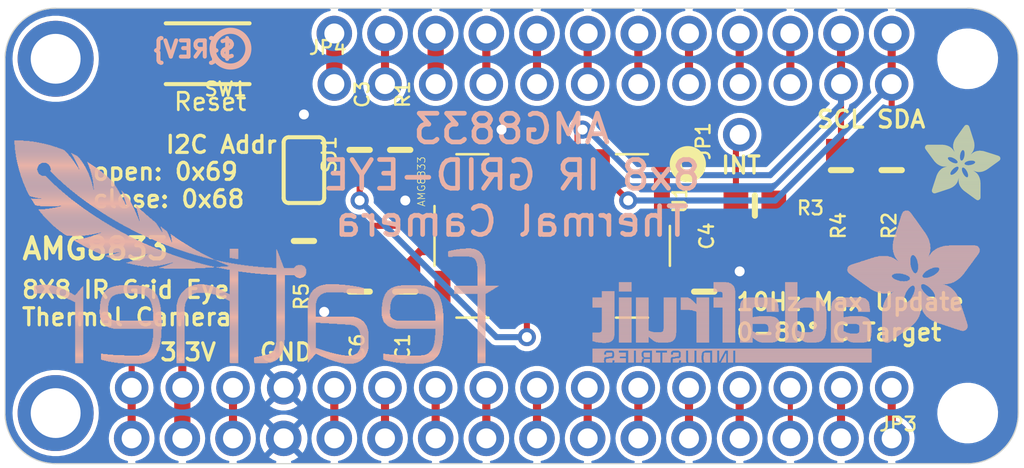
<source format=kicad_pcb>
(kicad_pcb (version 20221018) (generator pcbnew)
  (layers (0 "F.Cu" signal) (31 "B.Cu" signal) (34 "B.Paste" user) (35 "F.Paste" user) (36 "B.SilkS" user "B.Silkscreen") (37 "F.SilkS" user "F.Silkscreen") (38 "B.Mask" user) (39 "F.Mask" user) (44 "Edge.Cuts" user))
  (net 0 "")
  (net 1 "GND")
  (net 2 "SCL")
  (net 3 "SDA")
  (net 4 "G")
  (net 5 "TX")
  (net 6 "RX")
  (net 7 "MISO")
  (net 8 "MOSI")
  (net 9 "SCK")
  (net 10 "F")
  (net 11 "E")
  (net 12 "D")
  (net 13 "C")
  (net 14 "B")
  (net 15 "A")
  (net 16 "AREF")
  (net 17 "VBAT")
  (net 18 "EN")
  (net 19 "USB")
  (net 20 "N")
  (net 21 "M")
  (net 22 "L")
  (net 23 "K")
  (net 24 "J")
  (net 25 "I")
  (net 26 "H")
  (net 27 "RESET")
  (net 28 "INT")
  (net 29 "N$2")
  (net 30 "AVDD-PC1")
  (net 31 "N$4")
  (net 32 "DVDD-PC1")
  (net 33 "VCC")
  (footprint "working:0805-NO" (layer "F.Cu") (at 160.6931 103.4796)
    (fp_text reference "R3" (at 2.032 0.127) (layer "F.SilkS") (effects (font (size 0.692831 0.692831) (thickness 0.119969)) (justify left)))
    (fp_text value "10K")
    (pad "1" smd rect (at -0.95 0) (size 1.24 1.5) (layers "F.Cu" "F.Paste" "F.Mask") (net 28 "INT"))
    (pad "2" smd rect (at 0.95 0) (size 1.24 1.5) (layers "F.Cu" "F.Paste" "F.Mask") (net 33 "VCC"))
  )
  (footprint "working:FEATHERWING" (layer "F.Cu") (at 123.1011 116.4336)
    (fp_text reference "MS1" hide)
    (fp_text value "FEATHERWING" hide)
    (fp_line (start 0 -20.32) (end 0 -2.54) (stroke (width 0.05)) (layer "Edge.Cuts"))
    (fp_line (start 2.54 0) (end 48.26 0) (stroke (width 0.05)) (layer "Edge.Cuts"))
    (fp_line (start 48.26 -22.86) (end 2.54 -22.86) (stroke (width 0.05)) (layer "Edge.Cuts"))
    (fp_line (start 50.8 -2.54) (end 50.8 -20.32) (stroke (width 0.05)) (layer "Edge.Cuts"))
    (fp_arc (start 0 -20.32) (mid 0.743949 -22.116051) (end 2.54 -22.86) (stroke (width 0.05)) (layer "Edge.Cuts"))
    (fp_arc (start 2.54 0) (mid 0.743949 -0.743949) (end 0 -2.54) (stroke (width 0.05)) (layer "Edge.Cuts"))
    (fp_arc (start 48.26 -22.86) (mid 50.056051 -22.116051) (end 50.8 -20.32) (stroke (width 0.05)) (layer "Edge.Cuts"))
    (fp_arc (start 50.8 -2.54) (mid 50.056051 -0.743949) (end 48.26 0) (stroke (width 0.05)) (layer "Edge.Cuts"))
    (pad "" np_thru_hole circle (at 48.26 -20.32) (size 2.54 2.54) (drill 2.54) (layers "*.Cu" "*.Mask"))
    (pad "" np_thru_hole circle (at 48.26 -2.54) (size 2.54 2.54) (drill 2.54) (layers "*.Cu" "*.Mask"))
    (pad "1" thru_hole circle (at 6.35 -1.27) (size 1.778 1.778) (drill 1) (layers "*.Cu" "*.Mask") (net 27 "RESET"))
    (pad "2" thru_hole circle (at 8.89 -1.27) (size 1.778 1.778) (drill 1) (layers "*.Cu" "*.Mask") (net 33 "VCC"))
    (pad "3" thru_hole circle (at 11.43 -1.27) (size 1.778 1.778) (drill 1) (layers "*.Cu" "*.Mask") (net 16 "AREF"))
    (pad "4" thru_hole circle (at 13.97 -1.27) (size 1.778 1.778) (drill 1) (layers "*.Cu" "*.Mask") (net 1 "GND"))
    (pad "5" thru_hole circle (at 16.51 -1.27) (size 1.778 1.778) (drill 1) (layers "*.Cu" "*.Mask") (net 15 "A"))
    (pad "6" thru_hole circle (at 19.05 -1.27) (size 1.778 1.778) (drill 1) (layers "*.Cu" "*.Mask") (net 14 "B"))
    (pad "7" thru_hole circle (at 21.59 -1.27) (size 1.778 1.778) (drill 1) (layers "*.Cu" "*.Mask") (net 13 "C"))
    (pad "8" thru_hole circle (at 24.13 -1.27) (size 1.778 1.778) (drill 1) (layers "*.Cu" "*.Mask") (net 12 "D"))
    (pad "9" thru_hole circle (at 26.67 -1.27) (size 1.778 1.778) (drill 1) (layers "*.Cu" "*.Mask") (net 11 "E"))
    (pad "10" thru_hole circle (at 29.21 -1.27) (size 1.778 1.778) (drill 1) (layers "*.Cu" "*.Mask") (net 10 "F"))
    (pad "11" thru_hole circle (at 31.75 -1.27) (size 1.778 1.778) (drill 1) (layers "*.Cu" "*.Mask") (net 9 "SCK"))
    (pad "12" thru_hole circle (at 34.29 -1.27) (size 1.778 1.778) (drill 1) (layers "*.Cu" "*.Mask") (net 8 "MOSI"))
    (pad "13" thru_hole circle (at 36.83 -1.27) (size 1.778 1.778) (drill 1) (layers "*.Cu" "*.Mask") (net 7 "MISO"))
    (pad "14" thru_hole circle (at 39.37 -1.27) (size 1.778 1.778) (drill 1) (layers "*.Cu" "*.Mask") (net 6 "RX"))
    (pad "15" thru_hole circle (at 41.91 -1.27) (size 1.778 1.778) (drill 1) (layers "*.Cu" "*.Mask") (net 5 "TX"))
    (pad "16" thru_hole circle (at 44.45 -1.27) (size 1.778 1.778) (drill 1) (layers "*.Cu" "*.Mask") (net 4 "G"))
    (pad "17" thru_hole circle (at 44.45 -21.59) (size 1.778 1.778) (drill 1) (layers "*.Cu" "*.Mask") (net 3 "SDA"))
    (pad "18" thru_hole circle (at 41.91 -21.59) (size 1.778 1.778) (drill 1) (layers "*.Cu" "*.Mask") (net 2 "SCL"))
    (pad "19" thru_hole circle (at 39.37 -21.59) (size 1.778 1.778) (drill 1) (layers "*.Cu" "*.Mask") (net 26 "H"))
    (pad "20" thru_hole circle (at 36.83 -21.59) (size 1.778 1.778) (drill 1) (layers "*.Cu" "*.Mask") (net 25 "I"))
    (pad "21" thru_hole circle (at 34.29 -21.59) (size 1.778 1.778) (drill 1) (layers "*.Cu" "*.Mask") (net 24 "J"))
    (pad "22" thru_hole circle (at 31.75 -21.59) (size 1.778 1.778) (drill 1) (layers "*.Cu" "*.Mask") (net 23 "K"))
    (pad "23" thru_hole circle (at 29.21 -21.59) (size 1.778 1.778) (drill 1) (layers "*.Cu" "*.Mask") (net 22 "L"))
    (pad "24" thru_hole circle (at 26.67 -21.59) (size 1.778 1.778) (drill 1) (layers "*.Cu" "*.Mask") (net 21 "M"))
    (pad "25" thru_hole circle (at 24.13 -21.59) (size 1.778 1.778) (drill 1) (layers "*.Cu" "*.Mask") (net 20 "N"))
    (pad "26" thru_hole circle (at 21.59 -21.59) (size 1.778 1.778) (drill 1) (layers "*.Cu" "*.Mask") (net 19 "USB"))
    (pad "27" thru_hole circle (at 19.05 -21.59) (size 1.778 1.778) (drill 1) (layers "*.Cu" "*.Mask") (net 18 "EN"))
    (pad "28" thru_hole circle (at 16.51 -21.59) (size 1.778 1.778) (drill 1) (layers "*.Cu" "*.Mask") (net 17 "VBAT"))
    (pad "P$1" thru_hole circle (at 2.54 -20.32) (size 3.81 3.81) (drill 2.5) (layers "*.Cu" "*.Mask"))
    (pad "P$2" thru_hole circle (at 2.54 -2.54) (size 3.81 3.81) (drill 2.5) (layers "*.Cu" "*.Mask"))
  )
  (footprint "working:FIDUCIAL_1MM" (layer "F.Cu") (at 172.6301 111.3806)
    (fp_text reference "FID2" hide)
    (fp_text value "FIDUCIAL\"\"" hide)
    (pad "1" smd roundrect (at 0 0) (size 1 1) (layers "F.Cu" "F.Mask") (roundrect_rratio 0.5))
  )
  (footprint "working:0805-NO" (layer "F.Cu") (at 165.0111 101.7016 -90)
    (fp_text reference "R4" (at 2.032 0.127 90) (layer "F.SilkS") (effects (font (size 0.692831 0.692831) (thickness 0.119969)) (justify right)))
    (fp_text value "10K")
    (pad "1" smd rect (at -0.95 0 270) (size 1.24 1.5) (layers "F.Cu" "F.Paste" "F.Mask") (net 2 "SCL"))
    (pad "2" smd rect (at 0.95 0 270) (size 1.24 1.5) (layers "F.Cu" "F.Paste" "F.Mask") (net 33 "VCC"))
  )
  (footprint "working:0805-NO" (layer "F.Cu") (at 158.1531 107.7976 90)
    (fp_text reference "C4" (at 2.032 0.127 90) (layer "F.SilkS") (effects (font (size 0.692831 0.692831) (thickness 0.119969)) (justify left)))
    (fp_text value "2.2uF")
    (pad "1" smd rect (at -0.95 0 90) (size 1.24 1.5) (layers "F.Cu" "F.Paste" "F.Mask") (net 32 "DVDD-PC1"))
    (pad "2" smd rect (at 0.95 0 90) (size 1.24 1.5) (layers "F.Cu" "F.Paste" "F.Mask") (net 1 "GND"))
  )
  (footprint "working:1X12_ROUND" (layer "F.Cu") (at 153.5811 97.3836)
    (fp_text reference "JP4" (at -15.3162 -1.8288) (layer "F.SilkS") (effects (font (size 0.692831 0.692831) (thickness 0.119969)) (justify left)))
    (fp_text value "")
    (pad "1" thru_hole circle (at -13.97 0 90) (size 1.6764 1.6764) (drill 1) (layers "*.Cu" "*.Mask") (net 17 "VBAT"))
    (pad "2" thru_hole circle (at -11.43 0 90) (size 1.6764 1.6764) (drill 1) (layers "*.Cu" "*.Mask") (net 18 "EN"))
    (pad "3" thru_hole circle (at -8.89 0 90) (size 1.6764 1.6764) (drill 1) (layers "*.Cu" "*.Mask") (net 19 "USB"))
    (pad "4" thru_hole circle (at -6.35 0 90) (size 1.6764 1.6764) (drill 1) (layers "*.Cu" "*.Mask") (net 20 "N"))
    (pad "5" thru_hole circle (at -3.81 0 90) (size 1.6764 1.6764) (drill 1) (layers "*.Cu" "*.Mask") (net 21 "M"))
    (pad "6" thru_hole circle (at -1.27 0 90) (size 1.6764 1.6764) (drill 1) (layers "*.Cu" "*.Mask") (net 22 "L"))
    (pad "7" thru_hole circle (at 1.27 0 90) (size 1.6764 1.6764) (drill 1) (layers "*.Cu" "*.Mask") (net 23 "K"))
    (pad "8" thru_hole circle (at 3.81 0 90) (size 1.6764 1.6764) (drill 1) (layers "*.Cu" "*.Mask") (net 24 "J"))
    (pad "9" thru_hole circle (at 6.35 0 90) (size 1.6764 1.6764) (drill 1) (layers "*.Cu" "*.Mask") (net 25 "I"))
    (pad "10" thru_hole circle (at 8.89 0 90) (size 1.6764 1.6764) (drill 1) (layers "*.Cu" "*.Mask") (net 26 "H"))
    (pad "11" thru_hole circle (at 11.43 0 90) (size 1.6764 1.6764) (drill 1) (layers "*.Cu" "*.Mask") (net 2 "SCL"))
    (pad "12" thru_hole circle (at 13.97 0 90) (size 1.6764 1.6764) (drill 1) (layers "*.Cu" "*.Mask") (net 3 "SDA"))
  )
  (footprint "working:0805-NO" (layer "F.Cu") (at 167.5511 101.7016 -90)
    (fp_text reference "R2" (at 2.032 0.127 90) (layer "F.SilkS") (effects (font (size 0.692831 0.692831) (thickness 0.119969)) (justify right)))
    (fp_text value "10K")
    (pad "1" smd rect (at -0.95 0 270) (size 1.24 1.5) (layers "F.Cu" "F.Paste" "F.Mask") (net 3 "SDA"))
    (pad "2" smd rect (at 0.95 0 270) (size 1.24 1.5) (layers "F.Cu" "F.Paste" "F.Mask") (net 33 "VCC"))
  )
  (footprint "working:ADAFRUIT_3.5MM" (layer "F.Cu") (at 169.2021 103.2256)
    (fp_text reference "U$14" hide)
    (fp_text value "" hide)
  )
  (footprint "working:BTN_KMR2_4.6X2.8" (layer "F.Cu") (at 133.2611 95.8596 180)
    (fp_text reference "SW1" (at -2.032 -1.778) (layer "F.SilkS") (effects (font (size 0.692831 0.692831) (thickness 0.119969)) (justify right)))
    (fp_text value "")
    (pad "A" smd rect (at 2.05 -0.8 180) (size 0.9 1) (layers "F.Cu" "F.Paste" "F.Mask") (net 1 "GND"))
    (pad "A'" smd rect (at -2.05 -0.8 180) (size 0.9 1) (layers "F.Cu" "F.Paste" "F.Mask") (net 1 "GND"))
    (pad "B" smd rect (at 2.05 0.8 180) (size 0.9 1) (layers "F.Cu" "F.Paste" "F.Mask") (net 27 "RESET"))
    (pad "B'" smd rect (at -2.05 0.8 180) (size 0.9 1) (layers "F.Cu" "F.Paste" "F.Mask") (net 27 "RESET"))
  )
  (footprint "working:0805-NO" (layer "F.Cu") (at 140.8811 107.7976 -90)
    (fp_text reference "C6" (at 2.032 0.127 90) (layer "F.SilkS") (effects (font (size 0.692831 0.692831) (thickness 0.119969)) (justify right)))
    (fp_text value "0.1uF")
    (pad "1" smd rect (at -0.95 0 270) (size 1.24 1.5) (layers "F.Cu" "F.Paste" "F.Mask") (net 33 "VCC"))
    (pad "2" smd rect (at 0.95 0 270) (size 1.24 1.5) (layers "F.Cu" "F.Paste" "F.Mask") (net 1 "GND"))
  )
  (footprint "working:1X01_ROUND" (layer "F.Cu") (at 159.9311 99.9236 90)
    (fp_text reference "JP1" (at -1.3462 -1.8288 90) (layer "F.SilkS") (effects (font (size 0.692831 0.692831) (thickness 0.119969)) (justify left)))
    (fp_text value "")
    (pad "1" thru_hole circle (at 0 0 180) (size 1.6764 1.6764) (drill 1) (layers "*.Cu" "*.Mask") (net 28 "INT"))
  )
  (footprint "working:AMG8833" (layer "F.Cu") (at 150.5331 105.0036 180)
    (fp_text reference "U1" (at -6.4 2.6 90) (layer "F.SilkS") (effects (font (size 0.692831 0.692831) (thickness 0.119969)) (justify right)))
    (fp_text value "AMG8833" (at 6.554 4.013 90) (layer "F.SilkS") (effects (font (size 0.369824 0.369824) (thickness 0.036576)) (justify right)))
    (pad "1" smd rect (at -5.5 2.55 270) (size 3.6 0.8) (layers "F.Cu" "F.Paste" "F.Mask"))
    (pad "2" smd rect (at -2.54 3.05 270) (size 2.6 0.7) (layers "F.Cu" "F.Paste" "F.Mask") (net 3 "SDA"))
    (pad "3" smd rect (at -1.27 3.05 270) (size 2.6 0.7) (layers "F.Cu" "F.Paste" "F.Mask") (net 2 "SCL"))
    (pad "4" smd rect (at 0 3.05 270) (size 2.6 0.7) (layers "F.Cu" "F.Paste" "F.Mask") (net 28 "INT"))
    (pad "5" smd rect (at 1.27 3.05 270) (size 2.6 0.7) (layers "F.Cu" "F.Paste" "F.Mask") (net 29 "N$2"))
    (pad "6" smd rect (at 2.54 3.05 270) (size 2.6 0.7) (layers "F.Cu" "F.Paste" "F.Mask") (net 1 "GND"))
    (pad "7" smd rect (at 5.5 3.05 270) (size 2.6 0.8) (layers "F.Cu" "F.Paste" "F.Mask"))
    (pad "8" smd rect (at 5.5 -3.05 270) (size 2.6 0.8) (layers "F.Cu" "F.Paste" "F.Mask"))
    (pad "9" smd rect (at 2.54 -3.05 270) (size 2.6 0.7) (layers "F.Cu" "F.Paste" "F.Mask") (net 33 "VCC"))
    (pad "10" smd rect (at 1.27 -3.05 270) (size 2.6 0.7) (layers "F.Cu" "F.Paste" "F.Mask") (net 30 "AVDD-PC1"))
    (pad "11" smd rect (at 0 -3.05 270) (size 2.6 0.7) (layers "F.Cu" "F.Paste" "F.Mask"))
    (pad "12" smd rect (at -1.27 -3.05 270) (size 2.6 0.7) (layers "F.Cu" "F.Paste" "F.Mask") (net 32 "DVDD-PC1"))
    (pad "13" smd rect (at -2.54 -3.05 270) (size 2.6 0.7) (layers "F.Cu" "F.Paste" "F.Mask") (net 33 "VCC"))
    (pad "14" smd rect (at -5.5 -3.05 270) (size 2.6 0.8) (layers "F.Cu" "F.Paste" "F.Mask"))
  )
  (footprint "working:0805-NO" (layer "F.Cu") (at 143.1671 107.7976 -90)
    (fp_text reference "C1" (at 2.032 0.127 90) (layer "F.SilkS") (effects (font (size 0.692831 0.692831) (thickness 0.119969)) (justify right)))
    (fp_text value "10uF")
    (pad "1" smd rect (at -0.95 0 270) (size 1.24 1.5) (layers "F.Cu" "F.Paste" "F.Mask") (net 33 "VCC"))
    (pad "2" smd rect (at 0.95 0 270) (size 1.24 1.5) (layers "F.Cu" "F.Paste" "F.Mask") (net 1 "GND"))
  )
  (footprint "working:0805-NO" (layer "F.Cu") (at 140.8811 100.6856 90)
    (fp_text reference "C3" (at 2.032 0.127 90) (layer "F.SilkS") (effects (font (size 0.692831 0.692831) (thickness 0.119969)) (justify left)))
    (fp_text value "1uF")
    (pad "1" smd rect (at -0.95 0 90) (size 1.24 1.5) (layers "F.Cu" "F.Paste" "F.Mask") (net 30 "AVDD-PC1"))
    (pad "2" smd rect (at 0.95 0 90) (size 1.24 1.5) (layers "F.Cu" "F.Paste" "F.Mask") (net 31 "N$4"))
  )
  (footprint "working:0805-NO" (layer "F.Cu") (at 142.9131 100.6856 90)
    (fp_text reference "R1" (at 2.032 0.127 90) (layer "F.SilkS") (effects (font (size 0.692831 0.692831) (thickness 0.119969)) (justify left)))
    (fp_text value "22 1%")
    (pad "1" smd rect (at -0.95 0 90) (size 1.24 1.5) (layers "F.Cu" "F.Paste" "F.Mask") (net 1 "GND"))
    (pad "2" smd rect (at 0.95 0 90) (size 1.24 1.5) (layers "F.Cu" "F.Paste" "F.Mask") (net 31 "N$4"))
  )
  (footprint "working:FIDUCIAL_1MM" (layer "F.Cu") (at 128.5471 98.3046)
    (fp_text reference "FID1" hide)
    (fp_text value "FIDUCIAL\"\"" hide)
    (pad "1" smd roundrect (at 0 0) (size 1 1) (layers "F.Cu" "F.Mask") (roundrect_rratio 0.5))
  )
  (footprint "working:0805-NO" (layer "F.Cu") (at 138.0871 105.2576 -90)
    (fp_text reference "R5" (at 2.032 0.127 90) (layer "F.SilkS") (effects (font (size 0.692831 0.692831) (thickness 0.119969)) (justify right)))
    (fp_text value "10K")
    (pad "1" smd rect (at -0.95 0 270) (size 1.24 1.5) (layers "F.Cu" "F.Paste" "F.Mask") (net 29 "N$2"))
    (pad "2" smd rect (at 0.95 0 270) (size 1.24 1.5) (layers "F.Cu" "F.Paste" "F.Mask") (net 33 "VCC"))
  )
  (footprint "working:SOLDERJUMPER_ARROW_NOPASTE" (layer "F.Cu") (at 138.0871 101.7016 -90)
    (fp_text reference "SJ1" (at -1.778 -1.27 90) (layer "F.SilkS") (effects (font (size 0.692831 0.692831) (thickness 0.119969)) (justify right)))
    (fp_text value "ADDR")
    (fp_poly (pts (xy 0.201021 0) (xy -0.560979 0.762) (xy -1.1684 0.762) (xy -1.1684 -0.762) (xy -0.560979 -0.762)) (fill solid) (layer "F.Cu"))
    (fp_poly (pts (xy 1.1684 0.762) (xy -0.186831 0.762) (xy 0.548892 0) (xy -0.186831 -0.762) (xy 1.1684 -0.762)) (fill solid) (layer "F.Cu"))
    (pad "1" smd roundrect (at -1.016 0 270) (size 0.762 1.524) (layers "F.Cu") (net 1 "GND"))
    (pad "2" smd roundrect (at 1.016 0 270) (size 0.762 1.524) (layers "F.Cu") (net 29 "N$2"))
  )
  (footprint "working:1X16_ROUND" (layer "F.Cu") (at 148.5011 112.6236 180)
    (fp_text reference "JP3" (at -20.3962 -1.8288) (layer "F.SilkS") (effects (font (size 0.692831 0.692831) (thickness 0.119969)) (justify right)))
    (fp_text value "")
    (pad "1" thru_hole circle (at -19.05 0 270) (size 1.6764 1.6764) (drill 1) (layers "*.Cu" "*.Mask") (net 4 "G"))
    (pad "2" thru_hole circle (at -16.51 0 270) (size 1.6764 1.6764) (drill 1) (layers "*.Cu" "*.Mask") (net 5 "TX"))
    (pad "3" thru_hole circle (at -13.97 0 270) (size 1.6764 1.6764) (drill 1) (layers "*.Cu" "*.Mask") (net 6 "RX"))
    (pad "4" thru_hole circle (at -11.43 0 270) (size 1.6764 1.6764) (drill 1) (layers "*.Cu" "*.Mask") (net 7 "MISO"))
    (pad "5" thru_hole circle (at -8.89 0 270) (size 1.6764 1.6764) (drill 1) (layers "*.Cu" "*.Mask") (net 8 "MOSI"))
    (pad "6" thru_hole circle (at -6.35 0 270) (size 1.6764 1.6764) (drill 1) (layers "*.Cu" "*.Mask") (net 9 "SCK"))
    (pad "7" thru_hole circle (at -3.81 0 270) (size 1.6764 1.6764) (drill 1) (layers "*.Cu" "*.Mask") (net 10 "F"))
    (pad "8" thru_hole circle (at -1.27 0 270) (size 1.6764 1.6764) (drill 1) (layers "*.Cu" "*.Mask") (net 11 "E"))
    (pad "9" thru_hole circle (at 1.27 0 270) (size 1.6764 1.6764) (drill 1) (layers "*.Cu" "*.Mask") (net 12 "D"))
    (pad "10" thru_hole circle (at 3.81 0 270) (size 1.6764 1.6764) (drill 1) (layers "*.Cu" "*.Mask") (net 13 "C"))
    (pad "11" thru_hole circle (at 6.35 0 270) (size 1.6764 1.6764) (drill 1) (layers "*.Cu" "*.Mask") (net 14 "B"))
    (pad "12" thru_hole circle (at 8.89 0 270) (size 1.6764 1.6764) (drill 1) (layers "*.Cu" "*.Mask") (net 15 "A"))
    (pad "13" thru_hole circle (at 11.43 0 270) (size 1.6764 1.6764) (drill 1) (layers "*.Cu" "*.Mask") (net 1 "GND"))
    (pad "14" thru_hole circle (at 13.97 0 270) (size 1.6764 1.6764) (drill 1) (layers "*.Cu" "*.Mask") (net 16 "AREF"))
    (pad "15" thru_hole circle (at 16.51 0 270) (size 1.6764 1.6764) (drill 1) (layers "*.Cu" "*.Mask") (net 33 "VCC"))
    (pad "16" thru_hole circle (at 19.05 0 270) (size 1.6764 1.6764) (drill 1) (layers "*.Cu" "*.Mask") (net 27 "RESET"))
  )
  (footprint "working:ADAFRUIT_TEXT_20MM" (layer "B.Cu") (at 172.1231 111.3536 180)
    (fp_text reference "U$2" hide)
    (fp_text value "" hide)
  )
  (footprint "working:PCBFEAT-REV-040" (layer "B.Cu") (at 134.4041 95.6056 180)
    (fp_text reference "U$16" hide)
    (fp_text value "" hide)
    (fp_text user "${REV}" (at -0.3556 -0.508) (layer "B.SilkS") (effects (font (size 0.8128 0.8128) (thickness 0.2032)) (justify left bottom mirror)))
  )
  (footprint "working:FEATHERLOGO" (layer "B.Cu") (at 147.8661 111.4806 180)
    (fp_text reference "U$15" hide)
    (fp_text value "" hide)
  )
  (gr_arc (start 173.9011 113.8936) (mid 173.157151 115.689651) (end 171.3611 116.4336) (stroke (width 0.05)) (layer "Edge.Cuts"))
  (gr_line (start 173.9011 96.1136) (end 173.9011 113.8936) (stroke (width 0.05)) (layer "Edge.Cuts"))
  (gr_arc (start 171.3611 93.5736) (mid 173.157151 94.317549) (end 173.9011 96.1136) (stroke (width 0.05)) (layer "Edge.Cuts"))
  (gr_arc (start 123.1011 96.1136) (mid 123.845049 94.317549) (end 125.6411 93.5736) (stroke (width 0.05)) (layer "Edge.Cuts"))
  (gr_line (start 123.1011 113.8936) (end 123.1011 96.1136) (stroke (width 0.05)) (layer "Edge.Cuts"))
  (gr_arc (start 125.6411 116.4336) (mid 123.845049 115.689651) (end 123.1011 113.8936) (stroke (width 0.05)) (layer "Edge.Cuts"))
  (gr_line (start 171.3611 116.4336) (end 125.6411 116.4336) (stroke (width 0.05)) (layer "Edge.Cuts"))
  (gr_text "AMG8833\n8x8 IR GRID-EYE\nThermal Camera" (at 148.5011 101.9556) (layer "B.SilkS") (effects (font (size 1.441704 1.441704) (thickness 0.234696)) (justify mirror)))
  (gr_text "10Hz Max Update" (at 159.6771 108.8136) (layer "F.SilkS") (effects (font (size 0.85344 0.85344) (thickness 0.16256)) (justify left bottom)))
  (gr_text "SCL" (at 166.2811 98.6536) (layer "F.SilkS") (effects (font (size 0.85344 0.85344) (thickness 0.16256)) (justify right top)))
  (gr_text "0-80° C Target" (at 159.6771 110.3376) (layer "F.SilkS") (effects (font (size 0.85344 0.85344) (thickness 0.16256)) (justify left bottom)))
  (gr_text "8X8 IR Grid Eye\nThermal Camera" (at 123.8631 109.5756) (layer "F.SilkS") (effects (font (size 0.85344 0.85344) (thickness 0.16256)) (justify left bottom)))
  (gr_text "AMG8833" (at 123.8631 106.2736) (layer "F.SilkS") (effects (font (size 1.0668 1.0668) (thickness 0.2032)) (justify left bottom)))
  (gr_text "open: 0x69\nclose: 0x68" (at 127.4191 102.4636) (layer "F.SilkS") (effects (font (size 0.85344 0.85344) (thickness 0.16256)) (justify left)))
  (gr_text "GND" (at 138.5951 110.3376) (layer "F.SilkS") (effects (font (size 0.85344 0.85344) (thickness 0.16256)) (justify right top)))
  (gr_text "I2C Addr" (at 136.8171 99.9236) (layer "F.SilkS") (effects (font (size 0.85344 0.85344) (thickness 0.16256)) (justify right top)))
  (gr_text "3.3V" (at 133.7691 110.3376) (layer "F.SilkS") (effects (font (size 0.85344 0.85344) (thickness 0.16256)) (justify right top)))
  (gr_text "Reset" (at 133.3881 98.2726) (layer "F.SilkS") (effects (font (size 0.88392 0.88392) (thickness 0.13208))))
  (gr_text "SDA" (at 169.3291 98.6536) (layer "F.SilkS") (effects (font (size 0.85344 0.85344) (thickness 0.16256)) (justify right top)))
  (gr_text "INT" (at 158.9151 101.9556) (layer "F.SilkS") (effects (font (size 0.85344 0.85344) (thickness 0.16256)) (justify left bottom)))
  (segment (start 159.8651 106.8476) (end 159.9311 106.7816) (width 0.3048) (layer "F.Cu") (net 1))
  (segment (start 140.8811 108.7476) (end 143.1671 108.7476) (width 0.3048) (layer "F.Cu") (net 1))
  (segment (start 135.8391 96.6596) (end 138.0871 98.9076) (width 0.3048) (layer "F.Cu") (net 1))
  (segment (start 158.1531 106.8476) (end 159.8651 106.8476) (width 0.3048) (layer "F.Cu") (net 1))
  (segment (start 142.9131 101.6356) (end 142.9131 102.9716) (width 0.3048) (layer "F.Cu") (net 1))
  (segment (start 142.9131 102.9716) (end 143.1671 103.2256) (width 0.3048) (layer "F.Cu") (net 1))
  (segment (start 140.8151 108.8136) (end 140.8811 108.7476) (width 0.3048) (layer "F.Cu") (net 1))
  (segment (start 138.0871 98.9076) (end 138.0871 100.6856) (width 0.3048) (layer "F.Cu") (net 1))
  (segment (start 147.9931 101.9536) (end 147.9931 99.6696) (width 0.3048) (layer "F.Cu") (net 1))
  (segment (start 139.1031 108.8136) (end 140.8151 108.8136) (width 0.3048) (layer "F.Cu") (net 1))
  (segment (start 131.2111 96.6596) (end 135.3111 96.6596) (width 0.254) (layer "F.Cu") (net 1))
  (segment (start 135.3111 96.6596) (end 135.8391 96.6596) (width 0.3048) (layer "F.Cu") (net 1))
  (via (at 147.9931 99.6696) (size 0.9064) (drill 0.5) (layers "F.Cu" "B.Cu") (net 1))
  (via (at 138.0871 98.9076) (size 0.9064) (drill 0.5) (layers "F.Cu" "B.Cu") (net 1))
  (via (at 143.1671 103.2256) (size 0.9064) (drill 0.5) (layers "F.Cu" "B.Cu") (net 1))
  (via (at 139.1031 108.8136) (size 0.9064) (drill 0.5) (layers "F.Cu" "B.Cu") (net 1))
  (via (at 159.9311 106.7816) (size 0.9064) (drill 0.5) (layers "F.Cu" "B.Cu") (net 1))
  (segment (start 165.0111 97.3836) (end 165.0111 94.8436) (width 0.4064) (layer "F.Cu") (net 2))
  (segment (start 151.8031 99.9236) (end 152.0571 99.6696) (width 0.3048) (layer "F.Cu") (net 2))
  (segment (start 165.0111 100.7516) (end 165.0111 97.3836) (width 0.3048) (layer "F.Cu") (net 2))
  (segment (start 151.8031 101.9536) (end 151.8031 99.9236) (width 0.3048) (layer "F.Cu") (net 2))
  (via (at 152.0571 99.6696) (size 0.9064) (drill 0.5) (layers "F.Cu" "B.Cu") (net 2))
  (segment (start 161.4551 101.9556) (end 165.0111 98.3996) (width 0.3048) (layer "B.Cu") (net 2))
  (segment (start 161.4551 101.9556) (end 154.5971 101.9556) (width 0.3048) (layer "B.Cu") (net 2))
  (segment (start 154.5971 101.9556) (end 152.3111 99.6696) (width 0.3048) (layer "B.Cu") (net 2))
  (segment (start 152.3111 99.6696) (end 152.0571 99.6696) (width 0.3048) (layer "B.Cu") (net 2))
  (segment (start 165.0111 98.3996) (end 165.0111 97.3836) (width 0.3048) (layer "B.Cu") (net 2))
  (segment (start 165.0111 96.6216) (end 165.0111 97.3836) (width 0.254) (layer "B.Cu") (net 2))
  (segment (start 154.3431 103.2236) (end 154.3431 103.2256) (width 0.3048) (layer "F.Cu") (net 3))
  (segment (start 153.0731 101.9536) (end 154.3431 103.2236) (width 0.3048) (layer "F.Cu") (net 3))
  (segment (start 167.5511 97.3836) (end 167.5511 100.7516) (width 0.3048) (layer "F.Cu") (net 3))
  (segment (start 167.5511 97.3836) (end 167.5511 94.8436) (width 0.4064) (layer "F.Cu") (net 3))
  (via (at 154.3431 103.2256) (size 0.9064) (drill 0.5) (layers "F.Cu" "B.Cu") (net 3))
  (segment (start 154.3431 103.2256) (end 161.7091 103.2256) (width 0.3048) (layer "B.Cu") (net 3))
  (segment (start 161.7091 103.2256) (end 167.5511 97.3836) (width 0.3048) (layer "B.Cu") (net 3))
  (segment (start 167.5511 112.6236) (end 167.5511 115.1636) (width 0.4064) (layer "F.Cu") (net 4))
  (segment (start 165.0111 112.6236) (end 165.0111 115.1636) (width 0.4064) (layer "F.Cu") (net 5))
  (segment (start 162.4711 112.6236) (end 162.4711 115.1636) (width 0.254) (layer "F.Cu") (net 6))
  (segment (start 159.9311 112.6236) (end 159.9311 115.1636) (width 0.4064) (layer "F.Cu") (net 7))
  (segment (start 157.3911 112.6236) (end 157.3911 115.1636) (width 0.4064) (layer "F.Cu") (net 8))
  (segment (start 154.8511 112.6236) (end 154.8511 115.1636) (width 0.4064) (layer "F.Cu") (net 9))
  (segment (start 152.3111 112.6236) (end 152.3111 115.1636) (width 0.4064) (layer "F.Cu") (net 10))
  (segment (start 149.7711 112.6236) (end 149.7711 115.1636) (width 0.4064) (layer "F.Cu") (net 11))
  (segment (start 147.2311 112.6236) (end 147.2311 115.1636) (width 0.4064) (layer "F.Cu") (net 12))
  (segment (start 144.6911 112.6236) (end 144.6911 115.1636) (width 0.4064) (layer "F.Cu") (net 13))
  (segment (start 142.1511 112.6236) (end 142.1511 115.1636) (width 0.4064) (layer "F.Cu") (net 14))
  (segment (start 139.6111 115.1636) (end 139.6111 112.6236) (width 0.4064) (layer "F.Cu") (net 15))
  (segment (start 134.5311 112.6236) (end 134.5311 115.1636) (width 0.4064) (layer "F.Cu") (net 16))
  (segment (start 139.6111 97.3836) (end 139.6111 94.8436) (width 0.8128) (layer "F.Cu") (net 17))
  (segment (start 142.1511 97.3836) (end 142.1511 94.8436) (width 0.4064) (layer "F.Cu") (net 18))
  (segment (start 144.6911 97.3836) (end 144.6911 94.8436) (width 0.8128) (layer "F.Cu") (net 19))
  (segment (start 147.2311 97.3836) (end 147.2311 94.8436) (width 0.4064) (layer "F.Cu") (net 20))
  (segment (start 149.7711 97.3836) (end 149.7711 94.8436) (width 0.4064) (layer "F.Cu") (net 21))
  (segment (start 152.3111 97.3836) (end 152.3111 94.8436) (width 0.4064) (layer "F.Cu") (net 22))
  (segment (start 154.8511 97.3836) (end 154.8511 94.8436) (width 0.4064) (layer "F.Cu") (net 23))
  (segment (start 157.3911 97.3836) (end 157.3911 94.8436) (width 0.4064) (layer "F.Cu") (net 24))
  (segment (start 159.9311 97.3836) (end 159.9311 94.8436) (width 0.4064) (layer "F.Cu") (net 25))
  (segment (start 162.4711 97.3836) (end 162.4711 94.8436) (width 0.4064) (layer "F.Cu") (net 26))
  (segment (start 135.3111 95.0596) (end 131.2111 95.0596) (width 0.254) (layer "F.Cu") (net 27))
  (segment (start 129.4511 100.4316) (end 130.2131 99.6696) (width 0.3048) (layer "F.Cu") (net 27))
  (segment (start 129.4511 112.6236) (end 129.4511 115.1636) (width 0.4064) (layer "F.Cu") (net 27))
  (segment (start 129.4511 112.6236) (end 129.4511 100.4316) (width 0.3048) (layer "F.Cu") (net 27))
  (segment (start 130.4671 95.0976) (end 131.1731 95.0976) (width 0.3048) (layer "F.Cu") (net 27))
  (segment (start 131.1731 95.0976) (end 131.2111 95.0596) (width 0.3048) (layer "F.Cu") (net 27))
  (segment (start 130.2131 95.3516) (end 130.4671 95.0976) (width 0.3048) (layer "F.Cu") (net 27))
  (segment (start 130.2131 99.6696) (end 130.2131 95.3516) (width 0.3048) (layer "F.Cu") (net 27))
  (segment (start 158.2191 105.0036) (end 159.7431 103.4796) (width 0.3048) (layer "F.Cu") (net 28))
  (segment (start 150.5331 104.2416) (end 151.2951 105.0036) (width 0.3048) (layer "F.Cu") (net 28))
  (segment (start 159.7431 100.1116) (end 159.9311 99.9236) (width 0.3048) (layer "F.Cu") (net 28))
  (segment (start 151.2951 105.0036) (end 158.2191 105.0036) (width 0.3048) (layer "F.Cu") (net 28))
  (segment (start 159.7431 103.4796) (end 159.7431 100.1116) (width 0.3048) (layer "F.Cu") (net 28))
  (segment (start 150.5331 101.9536) (end 150.5331 104.2416) (width 0.3048) (layer "F.Cu") (net 28))
  (segment (start 138.2751 104.4956) (end 138.0871 104.3076) (width 0.3048) (layer "F.Cu") (net 29))
  (segment (start 149.2631 101.9536) (end 149.2631 103.7336) (width 0.3048) (layer "F.Cu") (net 29))
  (segment (start 149.2631 103.7336) (end 148.5011 104.4956) (width 0.3048) (layer "F.Cu") (net 29))
  (segment (start 138.0871 102.7176) (end 138.0871 104.3076) (width 0.4064) (layer "F.Cu") (net 29))
  (segment (start 148.5011 104.4956) (end 138.2751 104.4956) (width 0.3048) (layer "F.Cu") (net 29))
  (segment (start 149.2631 108.0536) (end 149.2631 110.0836) (width 0.3048) (layer "F.Cu") (net 30))
  (segment (start 140.8811 103.2256) (end 140.8811 101.6356) (width 0.3048) (layer "F.Cu") (net 30))
  (via (at 149.2631 110.0836) (size 0.9064) (drill 0.5) (layers "F.Cu" "B.Cu") (net 30))
  (via (at 140.8811 103.2256) (size 0.9064) (drill 0.5) (layers "F.Cu" "B.Cu") (net 30))
  (segment (start 149.2631 110.0836) (end 147.7391 110.0836) (width 0.3048) (layer "B.Cu") (net 30))
  (segment (start 147.7391 110.0836) (end 140.8811 103.2256) (width 0.3048) (layer "B.Cu") (net 30))
  (segment (start 140.8811 99.7356) (end 142.9131 99.7356) (width 0.4064) (layer "F.Cu") (net 31))
  (segment (start 156.5631 110.3376) (end 158.1531 108.7476) (width 0.3048) (layer "F.Cu") (net 32))
  (segment (start 152.5651 110.3376) (end 156.5631 110.3376) (width 0.3048) (layer "F.Cu") (net 32))
  (segment (start 151.8031 108.0536) (end 151.8031 109.5756) (width 0.3048) (layer "F.Cu") (net 32))
  (segment (start 151.8031 109.5756) (end 152.5651 110.3376) (width 0.3048) (layer "F.Cu") (net 32))
  (segment (start 131.9911 112.6236) (end 131.9911 110.5916) (width 0.4064) (layer "F.Cu") (net 33))
  (segment (start 143.1671 106.5276) (end 143.9291 105.7656) (width 0.4064) (layer "F.Cu") (net 33))
  (segment (start 164.1831 103.4796) (end 165.0111 102.6516) (width 0.4064) (layer "F.Cu") (net 33))
  (segment (start 140.8151 106.7816) (end 140.8811 106.8476) (width 0.4064) (layer "F.Cu") (net 33))
  (segment (start 159.9311 105.7656) (end 161.7091 103.9876) (width 0.4064) (layer "F.Cu") (net 33))
  (segment (start 147.9931 108.0536) (end 147.9931 105.7656) (width 0.4064) (layer "F.Cu") (net 33))
  (segment (start 143.9291 105.7656) (end 147.9931 105.7656) (width 0.4064) (layer "F.Cu") (net 33))
  (segment (start 161.7091 103.2916) (end 161.6431 103.4796) (width 0.4064) (layer "F.Cu") (net 33))
  (segment (start 161.6431 103.4796) (end 164.1831 103.4796) (width 0.4064) (layer "F.Cu") (net 33))
  (segment (start 153.3271 107.7996) (end 153.3271 105.7656) (width 0.4064) (layer "F.Cu") (net 33))
  (segment (start 143.1671 106.8476) (end 143.1671 106.5276) (width 0.4064) (layer "F.Cu") (net 33))
  (segment (start 153.0731 108.0536) (end 153.3271 107.7996) (width 0.4064) (layer "F.Cu") (net 33))
  (segment (start 147.9931 105.7656) (end 153.3271 105.7656) (width 0.4064) (layer "F.Cu") (net 33))
  (segment (start 131.9911 115.1636) (end 131.9911 112.6236) (width 0.8128) (layer "F.Cu") (net 33))
  (segment (start 140.8151 106.7816) (end 138.6611 106.7816) (width 0.4064) (layer "F.Cu") (net 33))
  (segment (start 165.0111 102.6516) (end 167.5511 102.6516) (width 0.4064) (layer "F.Cu") (net 33))
  (segment (start 138.0211 106.2736) (end 138.0871 106.2076) (width 0.4064) (layer "F.Cu") (net 33))
  (segment (start 136.3091 106.2736) (end 138.0211 106.2736) (width 0.4064) (layer "F.Cu") (net 33))
  (segment (start 131.9911 110.5916) (end 136.3091 106.2736) (width 0.4064) (layer "F.Cu") (net 33))
  (segment (start 153.3271 105.7656) (end 159.9311 105.7656) (width 0.4064) (layer "F.Cu") (net 33))
  (segment (start 140.8811 106.8476) (end 143.1671 106.8476) (width 0.4064) (layer "F.Cu") (net 33))
  (segment (start 138.6611 106.7816) (end 138.0871 106.2076) (width 0.4064) (layer "F.Cu") (net 33))
  (segment (start 161.7091 103.9876) (end 161.7091 103.2916) (width 0.4064) (layer "F.Cu") (net 33))
  (zone (net 1) (net_name "GND") (layer "B.Cu") (priority 6) (connect_pads (clearance 0.254)) (min_thickness 0.127) (fill yes (thermal_gap 0.304) (thermal_bridge_width 0.304))
    (polygon (pts (xy 174.1951 116.5606) (xy 122.9741 116.5606) (xy 122.9741 93.419231) (xy 174.1951 93.163966)))
  )
)
</source>
